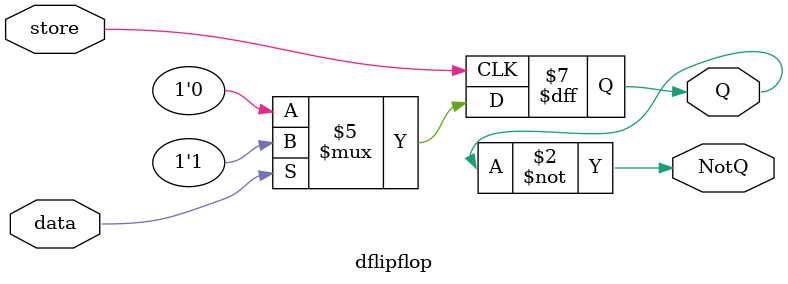
<source format=v>
module dflipflop(
    input data, store,
    output reg Q,
    output NotQ
);

    initial begin
        Q <= 0;
    end
    
    always @(posedge store) begin
        if (data)
            Q <= 1;
        else
            Q <= 0;
    end
    
    assign NotQ = ~Q;

endmodule
</source>
